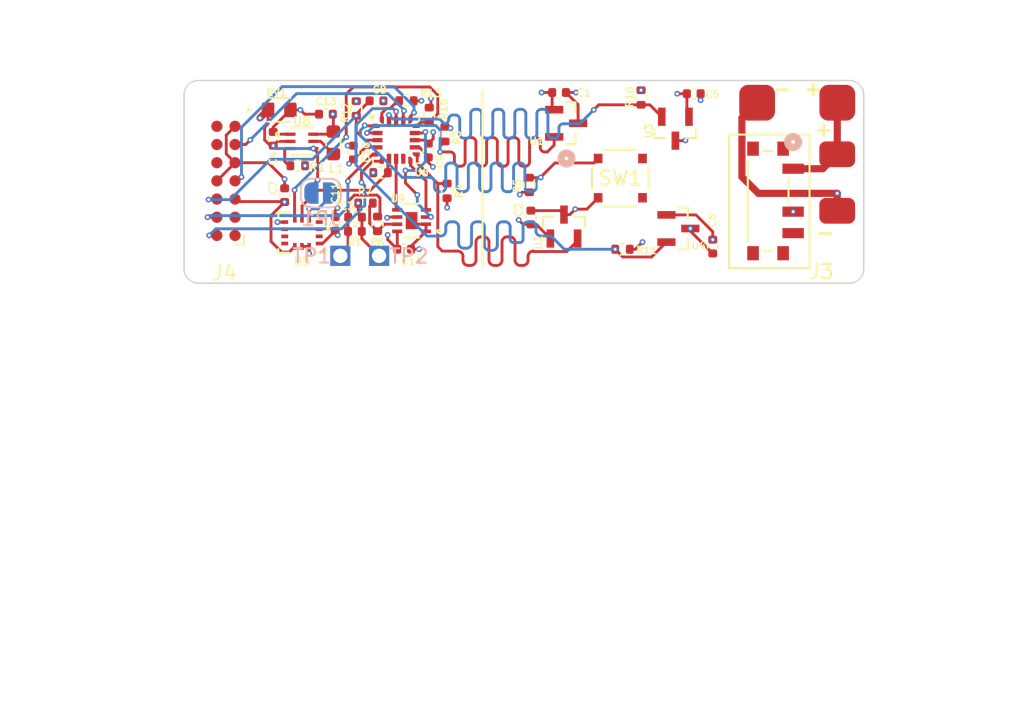
<source format=kicad_pcb>
(kicad_pcb (version 20240108) (generator "pcbnew") (generator_version "8.0")
  (layers (0 "F.Cu" signal) (1 "In1.Cu" signal) (2 "In2.Cu" signal) (31 "B.Cu" signal) (34 "B.Paste" user) (35 "F.Paste" user) (36 "B.SilkS" user "B.Silkscreen") (37 "F.SilkS" user "F.Silkscreen") (38 "B.Mask" user) (39 "F.Mask" user) (44 "Edge.Cuts" user))
  (net 0 "")
  (net 1 "VCC")
  (net 2 "GND")
  (net 3 "Net-(D1-K)")
  (net 4 "nRST")
  (net 5 "+1V8")
  (net 6 "SWDIO")
  (net 7 "SWCLK")
  (net 8 "BTN")
  (net 9 "DWN")
  (net 10 "UP")
  (net 11 "LFT")
  (net 12 "RHT")
  (net 13 "Net-(U6-PB9)")
  (net 16 "SCK")
  (net 17 "SDI")
  (net 18 "CS")
  (net 19 "I2C_SCL")
  (net 20 "I2C_SDA")
  (net 22 "Net-(U8-SW)")
  (net 29 "UART_RX")
  (net 30 "UART_TX")
  (net 31 "Wiper")
  (net 32 "BAT+")
  (net 39 "Net-(U8-VSET)")
  (footprint "Resistor_SMD:R_0402_1005Metric" (layer "F.Cu") (at 76.435 33.265355 180)
    (property "Reference" "R13")
    (property "Value" "50k")
  )
  (footprint "Resistor_SMD:R_0402_1005Metric" (layer "F.Cu") (at 85.025 39.145355 -90)
    (property "Reference" "R5")
    (property "Value" "100k")
  )
  (footprint "Resistor_SMD:R_0402_1005Metric" (layer "F.Cu") (at 79.125 35.595355 90)
    (property "Reference" "R3")
    (property "Value" "10k")
  )
  (footprint "Connector:padFront" (layer "F.Cu") (at 106.525 37)
    (property "Reference" "J1" (hide yes))
    (property "Value" "Conn_01x01_Pin")
  )
  (footprint "Resistor_SMD:R_0402_1005Metric" (layer "F.Cu") (at 72.93 33.8 90)
    (property "Reference" "R12")
    (property "Value" "50k")
  )
  (footprint "CG0603:VARC1608X56N" (layer "F.Cu") (at 67.55 33.9)
    (property "Reference" "RV1")
    (property "Value" "CG0603MLC-05E")
  )
  (footprint "Package_DFN_QFN:ST_UFQFPN-20_3x3mm_P0.5mm" (layer "F.Cu") (at 75.715 36.015355)
    (property "Reference" "U6")
    (property "Value" "STM32L011F4Ux")
  )
  (footprint "PicoRing:MAX5394" (layer "F.Cu") (at 76.795 41.635355 180)
    (property "Reference" "U9")
    (property "Value" "MAX5394LATA+T")
  )
  (footprint "Connector_PinHeader_1.27mm:PinHeader_1x01_P1.27mm_Vertical" (layer "F.Cu") (at 74.525 44.095355)
    (property "Reference" "TP2")
    (property "Value" "TestPoint")
  )
  (footprint "PicoRing:TPS628437DRLR_TEX" (layer "F.Cu") (at 69.1301 36.1)
    (property "Reference" "U8")
    (property "Value" "XPS628437DRLR")
  )
  (footprint "Resistor_SMD:R_0402_1005Metric" (layer "F.Cu") (at 74.6275 38.282855 180)
    (property "Reference" "R14" (hide yes))
    (property "Value" "4.7k")
  )
  (footprint "Resistor_SMD:R_0402_1005Metric" (layer "F.Cu") (at 79.275 39.555355 -90)
    (property "Reference" "R4")
    (property "Value" "10k")
  )
  (footprint "Resistor_SMD:R_0402_1005Metric" (layer "F.Cu") (at 91.525 43.635355)
    (property "Reference" "R11")
    (property "Value" "10k")
  )
  (footprint "DRV5032footprints:DBZ0003A-IPC_C" (layer "F.Cu") (at 87.589645 34.835355)
    (property "Reference" "U1")
    (property "Value" "CT8132BL-IS3")
  )
  (footprint "Connector:padFront" (layer "F.Cu") (at 106.53 33.4 180)
    (property "Reference" "J5" (hide yes))
    (property "Value" "Conn_01x01_Pin")
  )
  (footprint "Capacitor_SMD:C_0402_1005Metric" (layer "F.Cu") (at 87.095 32.685355 180)
    (property "Reference" "C1")
    (property "Value" "0.1u")
  )
  (footprint "Capacitor_SMD:C_0402_1005Metric" (layer "F.Cu") (at 85.125 41.415355 -90)
    (property "Reference" "C2")
    (property "Value" "0.1u")
  )
  (footprint "Capacitor_SMD:C_0402_1005Metric" (layer "F.Cu") (at 72.73 36.88 90)
    (property "Reference" "C10")
    (property "Value" "0.1u")
  )
  (footprint "Capacitor_SMD:C_0402_1005Metric" (layer "F.Cu") (at 76.275 43.635355)
    (property "Reference" "C14")
    (property "Value" "0.1u")
  )
  (footprint "Resistor_SMD:R_0402_1005Metric" (layer "F.Cu") (at 73.575 40.415355 180)
    (property "Reference" "R7")
    (property "Value" "15k")
  )
  (footprint "Capacitor_SMD:C_0402_1005Metric" (layer "F.Cu") (at 72.835 42.385355)
    (property "Reference" "D1")
    (property "Value" "D")
  )
  (footprint "Resistor_SMD:R_0402_1005Metric" (layer "F.Cu") (at 78.0275 34.252855 90)
    (property "Reference" "R15")
    (property "Value" "4.7k")
  )
  (footprint "Capacitor_SMD:C_0402_1005Metric" (layer "F.Cu") (at 71.465 41.865355 -90)
    (property "Reference" "C11")
    (property "Value" "0.1u")
  )
  (footprint "Connector:Tag-Connect_TC2070-IDC-FP_2x07_P1.27mm_Vertical" (layer "F.Cu") (at 63.8287 38.8587 90)
    (property "Reference" "J4")
    (property "Value" "Conn_01x14_Pin")
  )
  (footprint "PicoRing:TL3312NF160Q_EWI" (layer "F.Cu") (at 91.3744 38.666955)
    (property "Reference" "SW1")
    (property "Value" "TL3312NF160Q")
  )
  (footprint "" (layer "F.Cu") (at 91.245 34.835355)
    (property "Reference" "")
    (property "Value" "")
  )
  (footprint "Capacitor_SMD:C_0402_1005Metric" (layer "F.Cu") (at 74.345 33.265355)
    (property "Reference" "C8")
    (property "Value" "0.1u")
  )
  (footprint "PicoRing:CUS_12TB" (layer "F.Cu") (at 101.7 40.260355 -90)
    (property "Reference" "J3")
    (property "Value" "CUS-12TB")
  )
  (footprint "BMI270:BMI270_BOS" (layer "F.Cu") (at 69.1385 42.485355)
    (property "Reference" "U5")
    (property "Value" "BMI270")
  )
  (footprint "Connector:padFront" (layer "F.Cu") (at 100.93 33.4 180)
    (property "Reference" "J6" (hide yes))
    (property "Value" "Conn_01x01_Pin")
  )
  (footprint "DRV5032footprints:DBZ0003A-IPC_C" (layer "F.Cu") (at 95.429645 42.185355)
    (property "Reference" "U4")
    (property "Value" "CT8132BL-IS3")
  )
  (footprint "Connector:padFront" (layer "F.Cu") (at 106.525 40.95)
    (property "Reference" "J2" (hide yes))
    (property "Value" "Conn_01x01_Pin")
  )
  (footprint "Capacitor_SMD:C_0402_1005Metric" (layer "F.Cu") (at 70.81 34.2 180)
    (property "Reference" "C13")
    (property "Value" "1u")
  )
  (footprint "Capacitor_SMD:C_0402_1005Metric" (layer "F.Cu") (at 72.845 41.395355)
    (property "Reference" "C3")
    (property "Value" "C")
  )
  (footprint "" (layer "F.Cu") (at 91.315 42.335355)
    (property "Reference" "")
    (property "Value" "")
  )
  (footprint "Capacitor_SMD:C_0402_1005Metric" (layer "F.Cu") (at 67.925 39.855355 90)
    (property "Reference" "C7")
    (property "Value" "0.1u")
  )
  (footprint "Inductor_SMD:L_0603_1608Metric" (layer "F.Cu") (at 71.33 36.2 90)
    (property "Reference" "L1")
    (property "Value" "1u")
  )
  (footprint "DRV5032footprints:DBZ0003A-IPC_C" (layer "F.Cu") (at 95.220001 35.215355 -90)
    (property "Reference" "U3")
    (property "Value" "CT8132BL-IS3")
  )
  (footprint "" (layer "F.Cu") (at 87.3407 38.565955)
    (property "Reference" "")
    (property "Value" "")
  )
  (footprint "DRV5032footprints:DBZ0003A-IPC_C" (layer "F.Cu") (at 87.439645 42.05 90)
    (property "Reference" "U2")
    (property "Value" "CT8132BL-IS3")
  )
  (footprint "Capacitor_SMD:C_0402_1005Metric" (layer "F.Cu") (at 67.13 35.92 -90)
    (property "Reference" "C4")
    (property "Value" "2.2u")
  )
  (footprint "Capacitor_SMD:C_0402_1005Metric" (layer "F.Cu") (at 77.965 36.735355 -90)
    (property "Reference" "C9")
    (property "Value" "0.1u")
  )
  (footprint "Capacitor_SMD:C_0402_1005Metric" (layer "F.Cu") (at 96.505 32.77 180)
    (property "Reference" "C5")
    (property "Value" "0.1u")
  )
  (footprint "Resistor_SMD:R_0402_1005Metric" (layer "F.Cu") (at 74.415 41.865355 90)
    (property "Reference" "R6")
    (property "Value" "100k")
  )
  (footprint "Capacitor_SMD:C_0402_1005Metric" (layer "F.Cu") (at 97.83 43.446508 90)
    (property "Reference" "C6")
    (property "Value" "0.1u")
  )
  (footprint "Resistor_SMD:R_0402_1005Metric" (layer "F.Cu") (at 92.825 33.035355 90)
    (property "Reference" "R10")
    (property "Value" "10k")
  )
  (footprint "Resistor_SMD:R_0402_1005Metric" (layer "F.Cu") (at 68.84 37.8 180)
    (property "Reference" "R1")
    (property "Value" "10k")
  )
  (footprint "Connector_PinHeader_1.27mm:PinHeader_1x01_P1.27mm_Vertical" (layer "F.Cu") (at 71.815 44.095355)
    (property "Reference" "TP1")
    (property "Value" "TestPoint")
  )
  (footprint "" (layer "F.Cu") (at 95.325 38.565355)
    (property "Reference" "")
    (property "Value" "")
  )
  (footprint "Jumper:SolderJumper-2_P1.3mm_Open_RoundedPad1.0x1.5mm" (layer "B.Cu") (at 70.45 39.710355)
    (property "Reference" "JP1")
    (property "Value" "SolderJumper_2_Open")
  )
  (gr_line (start 81.745 32.585355) (end 81.745 44.745355) (stroke (width 0.15)) (layer "F.SilkS"))
  (gr_rect (start 98.9629 35.625352) (end 104.5929 44.950352) (stroke (width 0.15)) (fill none) (layer "F.SilkS"))
  (gr_line (start 107.375 46) (end 61.9 46) (stroke (width 0.1)) (layer "Edge.Cuts"))
  (gr_line (start 108.375 32.85) (end 108.375 45) (stroke (width 0.1)) (layer "Edge.Cuts"))
  (gr_arc (start 107.375 31.85) (mid 108.082107 32.142893) (end 108.375 32.85) (stroke (width 0.1)) (layer "Edge.Cuts"))
  (gr_arc (start 60.9 32.85) (mid 61.192893 32.142893) (end 61.9 31.85) (stroke (width 0.1)) (layer "Edge.Cuts"))
  (gr_line (start 60.9 45) (end 60.9 32.85) (stroke (width 0.1)) (layer "Edge.Cuts"))
  (gr_line (start 61.9 31.85) (end 107.375 31.85) (stroke (width 0.1)) (layer "Edge.Cuts"))
  (gr_arc (start 61.9 46) (mid 61.192893 45.707107) (end 60.9 45) (stroke (width 0.1)) (layer "Edge.Cuts"))
  (gr_arc (start 108.375 45) (mid 108.082107 45.707107) (end 107.375 46) (stroke (width 0.1)) (layer "Edge.Cuts"))
  (gr_text "+" (at 104.1 33 0) (layer "F.SilkS") (effects (font (size 1 1) (thickness 0.2)) (justify left bottom)))
  (gr_text "-" (at 104.925 43.15 0) (layer "F.SilkS") (effects (font (size 1.2 1) (thickness 0.2)) (justify left bottom)))
  (gr_text "+" (at 104.825 35.85 0) (layer "F.SilkS") (effects (font (size 1 1) (thickness 0.2)) (justify left bottom)))
  (gr_text "-" (at 101.94 33.1 0) (layer "F.SilkS") (effects (font (size 1.2 1) (thickness 0.2)) (justify left bottom)))
  (segment (start 66.77 34.86) (end 66.77 33.9) (width 0.2) (layer "F.Cu") (net 1))
  (segment (start 66.53 36) (end 66.53 35.1) (width 0.2) (layer "F.Cu") (net 1))
  (segment (start 67.13 36.4) (end 66.93 36.4) (width 0.2) (layer "F.Cu") (net 1))
  (segment (start 66.205 34.465) (end 66.77 33.9) (width 0.5) (layer "F.Cu") (net 1))
  (segment (start 66.93 36.4) (end 66.53 36) (width 0.2) (layer "F.Cu") (net 1))
  (segment (start 70.23 38.8) (end 70.23 36.899926) (width 0.2) (layer "F.Cu") (net 1))
  (segment (start 70.23 36.899926) (end 69.9302 36.600126) (width 0.2) (layer "F.Cu") (net 1))
  (segment (start 67.43 36.1) (end 68.33 36.1) (width 0.2) (layer "F.Cu") (net 1))
  (segment (start 66.53 35.1) (end 66.77 34.86) (width 0.2) (layer "F.Cu") (net 1))
  (segment (start 67.13 36.4) (end 67.43 36.1) (width 0.2) (layer "F.Cu") (net 1))
  (via (at 67.13 36.4) (size 0.4) (drill 0.2) (layers "F.Cu" "B.Cu") (net 1))
  (via (at 69.9302 36.600126) (size 0.4) (drill 0.2) (layers "F.Cu" "B.Cu") (net 1))
  (via (at 66.205 34.465) (size 0.4) (drill 0.2) (layers "F.Cu" "B.Cu") (net 1))
  (via (at 103.4454 41.010355) (size 0.4) (drill 0.2) (layers "F.Cu" "B.Cu") (net 1))
  (via (at 70.23 38.8) (size 0.4) (drill 0.2) (layers "F.Cu" "B.Cu") (net 1))
  (segment (start 69.8 39.23) (end 69.8 39.710355) (width 0.2) (layer "B.Cu") (net 1))
  (segment (start 67.330126 36.600126) (end 67.13 36.4) (width 0.2) (layer "B.Cu") (net 1))
  (segment (start 69.9302 36.600126) (end 67.330126 36.600126) (width 0.2) (layer "B.Cu") (net 1))
  (segment (start 70.23 38.8) (end 69.8 39.23) (width 0.2) (layer "B.Cu") (net 1))
  (segment (start 73.975 43.495355) (end 74.255 43.495355) (width 0.2) (layer "F.Cu") (net 2))
  (segment (start 77.015 36.515355) (end 77.347342 36.515355) (width 0.2) (layer "F.Cu") (net 2))
  (segment (start 73.325 41.395355) (end 73.325 42.375355) (width 0.2) (layer "F.Cu") (net 2))
  (segment (start 99.869001 34.460999) (end 100.93 33.4) (width 0.5) (layer "F.Cu") (net 2))
  (segment (start 77.965 37.215355) (end 77.965 37.570355) (width 0.2) (layer "F.Cu") (net 2))
  (segment (start 77.7983 41.885355) (end 77.045 41.885355) (width 0.2) (layer "F.Cu") (net 2))
  (segment (start 99.869001 38.579001) (end 99.869001 34.460999) (width 0.5) (layer "F.Cu") (net 2))
  (segment (start 77.347342 36.515355) (end 77.965 37.133013) (width 0.2) (layer "F.Cu") (net 2))
  (segment (start 67.289874 35.599874) (end 67.13 35.44) (width 0.2) (layer "F.Cu") (net 2))
  (segment (start 79.28 40.725355) (end 79.275 40.720355) (width 0.2) (layer "F.Cu") (net 2))
  (segment (start 92.925 43.135355) (end 92.425 43.635355) (width 0.2) (layer "F.Cu") (net 2))
  (segment (start 87.84571 41.214645) (end 88.225 40.835355) (width 0.2) (layer "F.Cu") (net 2))
  (segment (start 76.755 43.428656) (end 77.7983 42.385356) (width 0.2) (layer "F.Cu") (net 2))
  (segment (start 106.525 39.73) (end 106.524745 39.730255) (width 0.5) (layer "F.Cu") (net 2))
  (segment (start 96.98 32.775) (end 96.985 32.77) (width 0.2) (layer "F.Cu") (net 2))
  (segment (start 68.33 35.599874) (end 67.289874 35.599874) (width 0.2) (layer "F.Cu") (net 2))
  (segment (start 79.125 35.085355) (end 79.415 35.085355) (width 0.2) (layer "F.Cu") (net 2))
  (segment (start 69.638501 43.922855) (end 69.638499 43.922853) (width 0.2) (layer "F.Cu") (net 2))
  (segment (start 73.315 42.385355) (end 73.315 42.885355) (width 0.2) (layer "F.Cu") (net 2))
  (segment (start 77.9875 37.155513) (end 77.9875 37.262855) (width 0.2) (layer "F.Cu") (net 2))
  (segment (start 87.439645 41.214645) (end 87.84571 41.214645) (width 0.2) (layer "F.Cu") (net 2))
  (segment (start 77.965 37.570355) (end 78.2775 37.882855) (width 0.2) (layer "F.Cu") (net 2))
  (segment (start 106.524745 39.730255) (end 101.020255 39.730255) (width 0.5) (layer "F.Cu") (net 2))
  (segment (start 67.425 41.737854) (end 68.058499 41.737854) (width 0.2) (layer "F.Cu") (net 2))
  (segment (start 95.75429 36.056065) (end 95.775 36.035355) (width 0.2) (layer "F.Cu") (net 2))
  (segment (start 70.33 34.2) (end 69.33 34.2) (width 0.2) (layer "F.Cu") (net 2))
  (segment (start 73.065 40.415355) (end 73.065 41.135355) (width 0.2) (layer "F.Cu") (net 2))
  (segment (start 69.1385 43.437855) (end 69.638499 43.437855) (width 0.2) (layer "F.Cu") (net 2))
  (segment (start 63.85 36.975) (end 63.85 35.6624) (width 0.2) (layer "F.Cu") (net 2))
  (segment (start 92.425 43.635355) (end 92.035 43.635355) (width 0.2) (layer "F.Cu") (net 2))
  (segment (start 72.33 36.4) (end 72.73 36.4) (width 0.2) (layer "F.Cu") (net 2))
  (segment (start 73.315 42.885355) (end 74.525 44.095355) (width 0.2) (layer "F.Cu") (net 2))
  (segment (start 73.335 41.405355) (end 73.325 41.395355) (width 0.2) (layer "F.Cu") (net 2))
  (segment (start 87.575 32.685355) (end 88.275 32.685355) (width 0.2) (layer "F.Cu") (net 2))
  (segment (start 79.275 40.720355) (end 79.275 40.065355) (width 0.2) (layer "F.Cu") (net 2))
  (segment (start 77.045 41.885355) (end 76.795 41.635355) (width 0.2) (layer "F.Cu") (net 2))
  (segment (start 88.225 40.835355) (end 89.0382 40.835355) (width 0.2) (layer "F.Cu") (net 2))
  (segment (start 85.125 40.935355) (end 87.160355 40.935355) (width 0.2) (layer "F.Cu") (net 2))
  (segment (start 77.7983 41.885355) (end 77.7983 42.385356) (width 0.2) (layer "F.Cu") (net 2))
  (segment (start 87.575 32.685355) (end 88.425 33.535355) (width 0.2) (layer "F.Cu") (net 2))
  (segment (start 63.1937 38.8587) (end 64.4637 37.5887) (width 0.2) (layer "F.Cu") (net 2))
  (segment (start 79.415 35.085355) (end 79.515 35.185355) (width 0.2) (layer "F.Cu") (net 2))
  (segment (start 95.220001 36.05071) (end 95.899292 36.05071) (width 0.2) (layer "F.Cu") (net 2))
  (segment (start 106.525 39.73) (end 106.525 40.95) (width 0.5) (layer "F.Cu") (net 2))
  (segment (start 68.33 33.9) (end 69.03 33.9) (width 0.2) (layer "F.Cu") (net 2))
  (segment (start 73.325 42.375355) (end 73.315 42.385355) (width 0.2) (layer "F.Cu") (net 2))
  (segment (start 77.315 43.635355) (end 77.325 43.625355) (width 0.2) (layer "F.Cu") (net 2))
  (segment (start 64.4637 37.5887) (end 63.85 36.975) (width 0.2) (layer "F.Cu") (net 2))
  (segment (start 67.13 35.1) (end 68.33 33.9) (width 0.2) (layer "F.Cu") (net 2))
  (segment (start 64.4637 37.5887) (end 66.778345 37.5887) (width 0.2) (layer "F.Cu") (net 2))
  (segment (start 69.33 34.2) (end 69.03 33.9) (width 0.2) (layer "F.Cu") (net 2))
  (segment (start 76.755 43.635355) (end 77.315 43.635355) (width 0.2) (layer "F.Cu") (net 2))
  (segment (start 96.98 33.22) (end 96.98 32.775) (width 0.2) (layer "F.Cu") (net 2))
  (segment (start 89.0382 40.835355) (end 89.825 40.048555) (width 0.2) (layer "F.Cu") (net 2))
  (segment (start 71.465 40.920355) (end 71.625 40.760355) (width 0.2) (layer "F.Cu") (net 2))
  (segment (start 77.965 37.133013) (end 77.965 37.215355) (width 0.2) (layer "F.Cu") (net 2))
  (segment (start 88.425 33.535355) (end 88.425 34.835355) (width 0.2) (layer "F.Cu") (net 2))
  (segment (start 67.425 41.737854) (end 67.425 41.765355) (width 0.2) (layer "F.Cu") (net 2))
  (segment (start 73.065 41.135355) (end 73.325 41.395355) (width 0.2) (layer "F.Cu") (net 2))
  (segment (start 67.13 35.44) (end 67.13 35.1) (width 0.2) (layer "F.Cu") (net 2))
  (segment (start 96.95 32.890355) (end 96.955 32.885355) (width 0.2) (layer "F.Cu") (net 2))
  (segment (start 101.020255 39.730255) (end 99.869001 38.579001) (width 0.5) (layer "F.Cu") (net 2))
  (segment (start 67.925 38.735355) (end 67.925 39.375355) (width 0.2) (layer "F.Cu") (net 2))
  (segment (start 87.160355 40.935355) (end 87.439645 41.214645) (width 0.2) (layer "F.Cu") (net 2))
  (segment (start 74.255 43.495355) (end 74.045 43.495355) (width 0.2) (layer "F.Cu") (net 2))
  (segment (start 69.638499 43.922853) (end 69.638499 43.437855) (width 0.2) (layer "F.Cu") (net 2))
  (segment (start 71.465 41.385355) (end 71.465 40.920355) (width 0.2) (layer "F.Cu") (net 2))
  (segment (start 97.83 43.926508) (end 96.265 42.361508) (width 0.2) (layer "F.Cu") (net 2))
  (segment (start 76.755 43.635355) (end 76.755 43.428656) (width 0.2) (layer "F.Cu") (net 2))
  (segment (start 63.85 35.6624) (end 64.4637 35.0487) (width 0.2) (layer "F.Cu") (net 2))
  (segment (start 66.778345 37.5887) (end 67.925 38.735355) (width 0.2) (layer "F.Cu") (net 2))
  (segment (start 77.485 33.265355) (end 76.945 33.265355) (width 0.2) (layer "F.Cu") (net 2))
  (segment (start 96.265 42.361508) (end 96.265 42.185355) (width 0.2) (layer "F.Cu") (net 2))
  (via (at 67.425 41.737854) (size 0.4) (drill 0.2) (layers "F.Cu" "B.Cu") (net 2))
  (via (at 106.525 39.73) (size 0.4) (drill 0.2) (layers "F.Cu" "B.Cu") (net 2))
  (via (at 69.03 33.9) (size 0.4) (drill 0.2) (layers "F.Cu" "B.Cu") (net 2))
  (via (at 88.275 32.685355) (size 0.4) (drill 0.2) (layers "F.Cu" "B.Cu") (net 2))
  (via (at 79.28 40.725355) (size 0.4) (drill 0.2) (layers "F.Cu" "B.Cu") (net 2))
  (via (at 71.625 40.760355) (size 0.4) (drill 0.2) (layers "F.Cu" "B.Cu") (net 2))
  (via (at 92.925 43.135355) (size 0.4) (drill 0.2) (layers "F.Cu" "B.Cu") (net 2))
  (via (at 79.515 35.185355) (size 0.4) (drill 0.2) (layers "F.Cu" "B.Cu") (net 2))
  (via (at 69.638501 43.922855) (size 0.4) (drill 0.2) (layers "F.Cu" "B.Cu") (net 2))
  (via (at 78.2775 37.882855) (size 0.4) (drill 0.2) (layers "F.Cu" "B.Cu") (net 2))
  (via (at 72.33 36.4) (size 0.4) (drill 0.2) (layers "F.Cu" "B.Cu") (net 2))
  (via (at 73.065 40.415355) (size 0.4) (drill 0.2) (layers "F.Cu" "B.Cu") (net 2))
  (via (at 74.825 33.265355) (size 0.4) (drill 0.2) (layers "F.Cu" "B.Cu") (net 2))
  (via (at 95.920002 36.03) (size 0.4) (drill 0.2) (layers "F.Cu" "B.Cu") (net 2))
  (via (at 88.225 40.835355) (size 0.4) (drill 0.2) (layers "F.Cu" "B.Cu") (net 2))
  (via (at 77.485 33.265355) (size 0.4) (drill 0.2) (layers "F.Cu" "B.Cu") (net 2))
  (via (at 77.325 43.625355) (size 0.4) (drill 0.2) (layers "F.Cu" "B.Cu") (net 2))
  (via (at 92.825 32.525355) (size 0.4) (drill 0.2) (layers "F.Cu" "B.Cu") (net 2))
  (via (at 96.98 33.22) (size 0.4) (drill 0.2) (layers "F.Cu" "B.Cu") (net 2))
  (via (at 67.925 38.735355) (size 0.4) (drill 0.2) (layers "F.Cu" "B.Cu") (net 2))
  (via (at 69.35 37.8) (size 0.4) (drill 0.2) (layers "F.Cu" "B.Cu") (net 2))
  (via (at 96.265 42.185355) (size 0.4) (drill 0.2) (layers "F.Cu" "B.Cu") (net 2))
  (segment (start 74.415 41.355355) (end 74.585 41.185355) (width 0.2) (layer "F.Cu") (net 3))
  (segment (start 74.385 39.855355) (end 72.799212 39.855355) (width 0.2) (layer "F.Cu") (net 3))
  (segment (start 72.355 41.405355) (end 72.365 41.395355) (width 0.2) (layer "F.Cu") (net 3))
  (segment (start 72.355 42.385355) (end 72.355 43.555355) (width 0.2) (layer "F.Cu") (net 3))
  (segment (start 72.799212 39.855355) (end 72.365 40.289567) (width 0.2) (layer "F.Cu") (net 3))
  (segment (start 72.365 40.289567) (end 72.365 41.395355) (width 0.2) (layer "F.Cu") (net 3))
  (segment (start 74.585 41.185355) (end 74.585 40.055355) (width 0.2) (layer "F.Cu") (net 3))
  (segment (start 72.355 42.385355) (end 72.355 41.405355) (width 0.2) (layer "F.Cu") (net 3))
  (segment (start 72.355 43.555355) (end 71.815 44.095355) (width 0.2) (layer "F.Cu") (net 3))
  (segment (start 74.585 40.055355) (end 74.385 39.855355) (width 0.2) (layer "F.Cu") (net 3))
  (segment (start 71.945 44.035355) (end 71.825 43.915355) (width 0.2) (layer "F.Cu") (net 3))
  (segment (start 74.415 36.015355) (end 73.538603 36.015355) (width 0.2) (layer "F.Cu") (net 4))
  (segment (start 74.415 36.015355) (end 74.410355 36.02) (width 0.2) (layer "F.Cu") (net 4))
  (segment (start 73.538603 36.015355) (end 72.93 35.406752) (width 0.2) (layer "F.Cu") (net 4))
  (segment (start 62.6137 40.1687) (end 63.1537 40.1687) (width 0.2) (layer "F.Cu") (net 4))
  (segment (start 72.93 35.406752) (end 72.93 34.31) (width 0.2) (layer "F.Cu") (net 4))
  (segment (start 72.93 34.31) (end 72.93 34.3) (width 0.2) (layer "F.Cu") (net 4))
  (segment (start 72.93 34.200355) (end 73.865 33.265355) (width 0.2) (layer "F.Cu") (net 4))
  (segment (start 72.93 34.31) (end 72.93 34.200355) (width 0.2) (layer "F.Cu") (net 4))
  (segment (start 63.1537 40.1687) (end 63.1937 40.1287) (width 0.2) (layer "F.Cu") (net 4))
  (via (at 62.6137 40.1687) (size 0.4) (drill 0.2) (layers "F.Cu" "B.Cu") (net 4))
  (via (at 72.93 34.3) (size 0.4) (drill 0.2) (layers "F.Cu" "B.Cu") (net 4))
  (segment (start 66.946752 37.35) (end 64.128052 40.1687) (width 0.2) (layer "B.Cu") (net 4))
  (segment (start 72.93 34.3) (end 69.88 37.35) (width 0.2) (layer "B.Cu") (net 4))
  (segment (start 69.88 37.35) (end 66.946752 37.35) (width 0.2) (layer "B.Cu") (net 4))
  (segment (start 64.128052 40.1687) (end 62.6137 40.1687) (width 0.2) (layer "B.Cu") (net 4))
  (segment (start 66.975 41.285355) (end 66.975 43.086656) (width 0.2) (layer "F.Cu") (net 5))
  (segment (start 96.025 32.77) (end 96.025 34.234998) (width 0.2) (layer "F.Cu") (net 5))
  (segment (start 71.142626 35.599874) (end 71.33 35.4125) (width 0.2) (layer "F.Cu") (net 5))
  (segment (start 75.135 41.385355) (end 75.085 41.435355) (width 0.2) (layer "F.Cu") (net 5))
  (segment (start 71.465 42.485355) (end 71.465 42.345355) (width 0.2) (layer "F.Cu") (net 5))
  (segment (start 66.975 43.086656) (end 67.723699 43.835355) (width 0.2) (layer "F.Cu") (net 5))
  (segment (start 67.895 40.305355) (end 67.925 40.335355) (width 0.2) (layer "F.Cu") (net 5))
  (segment (start 73.574645 36.515355) (end 72.73 37.36) (width 0.2) (layer "F.Cu") (net 5))
  (segment (start 67.925 40.335355) (end 66.975 41.285355) (width 0.2) (layer "F.Cu") (net 5))
  (segment (start 86.60429 43.196065) (end 86.39358 42.985355) (width 0.2) (layer "F.Cu") (net 5))
  (segment (start 85.499644 41.895355) (end 86.489644 42.885355) (width 0.2) (layer "F.Cu") (net 5))
  (segment (start 70.574999 43.235356) (end 70.345 43.235356) (width 0.2) (layer "F.Cu") (net 5))
  (segment (start 69.638499 40.821856) (end 69.645 40.815355) (width 0.2) (layer "F.Cu") (net 5))
  (segment (start 84.505 39.655355) (end 85.025 39.655355) (width 0.2) (layer "F.Cu") (net 5))
  (segment (start 86.60429 43.155356) (end 86.60429 43.196065) (width 0.2) (layer "F.Cu") (net 5))
  (segment (start 86.615 33.746064) (end 86.75429 33.885354) (width 0.2) (layer "F.Cu") (net 5))
  (segment (start 78.307354 35.913001) (end 78.307354 35.455642) (width 0.2) (layer "F.Cu") (net 5))
  (segment (start 71.465 42.345355) (end 70.574999 43.235356) (width 0.2) (layer "F.Cu") (net 5))
  (segment (start 75.795 42.388656) (end 75.7917 42.385356) (width 0.2) (layer "F.Cu") (net 5))
  (segment (start 86.615 32.685355) (end 86.615 33.746064) (width 0.2) (layer "F.Cu") (net 5))
  (segment (start 77.725 36.015355) (end 77.015 36.015355) (width 0.2) (layer "F.Cu") (net 5))
  (segment (start 96.025 32.77) (end 95.355 32.77) (width 0.2) (layer "F.Cu") (net 5))
  (segment (start 75.795 43.635355) (end 75.795 42.388656) (width 0.2) (layer "F.Cu") (net 5))
  (segment (start 64.640355 40.305355) (end 67.895 40.305355) (width 0.2) (layer "F.Cu") (net 5))
  (segment (start 85.125 41.895355) (end 85.499644 41.895355) (width 0.2) (layer "F.Cu") (net 5))
  (segment (start 75.125 42.965355) (end 75.795 43.635355) (width 0.2) (layer "F.Cu") (net 5))
  (segment (start 85.155 39.635355) (end 85.115 39.595355) (width 0.2) (layer "F.Cu") (net 5))
  (segment (start 97.83 42.40734) (end 96.658014 41.235354) (width 0.2) (layer "F.Cu") (net 5))
  (segment (start 67.723699 43.835355) (end 68.241001 43.835355) (width 0.2) (layer "F.Cu") (net 5))
  (segment (start 96.658014 41.235354) (end 94.59429 41.235354) (width 0.2) (layer "F.Cu") (net 5))
  (segment (start 72.93 33.29) (end 72.93 33.3) (width 0.2) (layer "F.Cu") (net 5))
  (segment (start 71.33 35.4125) (end 71.33 34.24) (width 0.2) (layer "F.Cu") (net 5))
  (segment (start 64.4637 40.1287) (end 64.640355 40.305355) (width 0.2) (layer "F.Cu") (net 5))
  (segment (start 75.7917 41.385355) (end 75.135 41.385355) (width 0.2) (layer "F.Cu") (net 5))
  (segment (start 84.35 39.810355) (end 84.505 39.655355) (width 0.2) (layer "F.Cu") (net 5))
  (segment (start 77.965 36.255355) (end 77.725 36.015355) (width 0.2) (layer "F.Cu") (net 5))
  (segment (start 69.638499 41.532855) (end 69.638499 40.821856) (width 0.2) (layer "F.Cu") (net 5))
  (segment (start 72.43 37.66) (end 72.73 37.36) (width 0.2) (layer "F.Cu") (net 5))
  (segment (start 78.145 33.625355) (end 78.0275 33.742855) (width 0.2) (layer "F.Cu") (net 5))
  (segment (start 85.125 41.895355) (end 84.585 41.895355) (width 0.2) (layer "F.Cu") (net 5))
  (segment (start 68.241001 43.835355) (end 68.638501 43.437855) (width 0.2) (layer "F.Cu") (net 5))
  (segment (start 71.33 34.24) (end 71.29 34.2) (width 0.2) (layer "F.Cu") (net 5))
  (segment (start 86.615 32.685355) (end 85.875 32.685355) (width 0.2) (layer "F.Cu") (net 5))
  (segment (start 96.025 34.234998) (end 96.170002 34.38) (width 0.2) (layer "F.Cu") (net 5))
  (segment (start 78.145 33.105355) (end 78.145 33.625355) (width 0.2) (layer "F.Cu") (net 5))
  (segment (start 84.585 41.895355) (end 84.275 41.585355) (width 0.2) (layer "F.Cu") (net 5))
  (segment (start 75.125 42.635355) (end 75.125 42.965355) (width 0.2) (layer "F.Cu") (net 5))
  (segment (start 69.9302 35.599874) (end 71.142626 35.599874) (width 0.2) (layer "F.Cu") (net 5))
  (segment (start 97.83 42.966508) (end 97.83 42.40734) (width 0.2) (layer "F.Cu") (net 5))
  (segment (start 73.574645 36.515355) (end 74.415 36.515355) (width 0.2) (layer "F.Cu") (net 5))
  (segment (start 77.965 36.255355) (end 78.307354 35.913001) (width 0.2) (layer "F.Cu") (net 5))
  (segment (start 71.635 42.655355) (end 71.465 42.485355) (width 0.2) (layer "F.Cu") (net 5))
  (via (at 97.83 42.966508) (size 0.4) (drill 0.2) (layers "F.Cu" "B.Cu") (net 5))
  (via (at 84.35 39.810355) (size 0.4) (drill 0.2) (layers "F.Cu" "B.Cu") (net 5))
  (via (at 84.275 41.585355) (size 0.4) (drill 0.2) (layers "F.Cu" "B.Cu") (net 5))
  (via (at 71.635 42.655355) (size 0.4) (drill 0.2) (layers "F.Cu" "B.Cu") (net 5))
  (via (at 71.29 34.2) (size 0.4) (drill 0.2) (layers "F.Cu" "B.Cu") (net 5))
  (via (at 72.93 33.3) (size 0.4) (drill 0.2) (layers "F.Cu" "B.Cu") (net 5))
  (via (at 75.085 41.435355) (size 0.4) (drill 0.2) (layers "F.Cu" "B.Cu") (net 5))
  (via (at 95.355 32.77) (size 0.4) (drill 0.2) (layers "F.Cu" "B.Cu") (net 5))
  (via (at 78.145 33.105355) (size 0.4) (drill 0.2) (layers "F.Cu" "B.Cu") (net 5))
  (via (at 69.645 40.815355) (size 0.4) (drill 0.2) (layers "F.Cu" "B.Cu") (net 5))
  (via (at 72.43 37.66) (size 0.4) (drill 0.2) (layers "F.Cu" "B.Cu") (net 5))
  (via (at 85.875 32.685355) (size 0.4) (drill 0.2) (layers "F.Cu" "B.Cu") (net 5))
  (via (at 67.925 40.335355) (size 0.4) (drill 0.2) (layers "F.Cu" "B.Cu") (net 5))
  (via (at 75.125 42.635355) (size 0.4) (drill 0.2) (layers "F.Cu" "B.Cu") (net 5))
  (via (at 74.1175 38.282855) (size 0.4) (drill 0.2) (layers "F.Cu" "B.Cu") (net 5))
  (via (at 78.307354 35.455642) (size 0.4) (drill 0.2) (layers "F.Cu" "B.Cu") (net 5))
  (segment (start 70.263199 40.815355) (end 69.645 40.815355) (width 0.2) (layer "B.Cu") (net 5))
  (segment (start 78.145 33.105355) (end 78.125 33.085355) (width 0.2) (layer "B.Cu") (net 5))
  (segment (start 71.1 39.710355) (end 71.1 39.978554) (width 0.2) (layer "B.Cu") (net 5))
  (segment (start 71.1 39.978554) (end 70.263199 40.815355) (width 0.2) (layer "B.Cu") (net 5))
  (segment (start 76.715 34.345355) (end 76.965 34.095355) (width 0.2) (layer "F.Cu") (net 6))
  (segment (start 76.715 34.540355) (end 76.715 34.345355) (width 0.2) (layer "F.Cu") (net 6))
  (segment (start 64.6437 38.8587) (end 64.9137 38.5887) (width 0.2) (layer "F.Cu") (net 6))
  (segment (start 64.4637 38.8587) (end 64.6437 38.8587) (width 0.2) (layer "F.Cu") (net 6))
  (via (at 76.965 34.095355) (size 0.4) (drill 0.2) (layers "F.Cu" "B.Cu") (net 6))
  (via (at 64.9137 38.5887) (size 0.4) (drill 0.2) (layers "F.Cu" "B.Cu") (net 6))
  (segment (start 67.754645 32.275355) (end 75.575 32.275355) (width 0.2) (layer "B.Cu") (net 6))
  (segment (start 64.9137 38.5887) (end 64.9137 35.1163) (width 0.2) (layer "B.Cu") (net 6))
  (segment (start 75.575 32.275355) (end 76.965 33.665355) (width 0.2) (layer "B.Cu") (net 6))
  (segment (start 76.965 33.665355) (end 76.965 34.095355) (width 0.2) (layer "B.Cu") (net 6))
  (segment (start 64.9137 35.1163) (end 67.754645 32.275355) (width 0.2) (layer "B.Cu") (net 6))
  (segment (start 76.215 34.0122) (end 76.215 34.715355) (width 0.2) (layer "F.Cu") (net 7))
  (segment (start 65.5275 35.9975) (end 65.2063 36.3187) (width 0.2) (layer "F.Cu") (net 7))
  (segment (start 76.262651 33.964549) (end 76.215 34.0122) (width 0.2) (layer "F.Cu") (net 7))
  (segment (start 65.2063 36.3187) (end 64.4637 36.3187) (width 0.2) (layer "F.Cu") (net 7))
  (via (at 76.262651 33.964549) (size 0.4) (drill 0.2) (layers "F.Cu" "B.Cu") (net 7))
  (via (at 65.5275 35.9975) (size 0.4) (drill 0.2) (layers "F.Cu" "B.Cu") (net 7))
  (segment (start 68.759645 32.765355) (end 75.135 32.765355) (width 0.2) (layer "B.Cu") (net 7))
  (segment (start 65.5275 35.9975) (end 68.759645 32.765355) (width 0.2) (layer "B.Cu") (net 7))
  (segment (start 76.262651 33.893006) (end 76.262651 33.964549) (width 0.2) (layer "B.Cu") (net 7))
  (segment (start 75.135 32.765355) (end 76.262651 33.893006) (width 0.2) (layer "B.Cu") (net 7))
  (segment (start 85.775 38.575355) (end 85.815 38.615355) (width 0.2) (layer "F.Cu") (net 8))
  (segment (start 89.525 37.605355) (end 89.825 37.305355) (width 0.2) (layer "F.Cu") (net 8))
  (segment (start 85.025 38.635355) (end 85.795 38.635355) (width 0.2) (layer "F.Cu") (net 8))
  (segment (start 85.815 38.615355) (end 85.815 38.595355) (width 0.2) (layer "F.Cu") (net 8))
  (segment (start 85.815 38.595355) (end 86.805 37.605355) (width 0.2) (layer "F.Cu") (net 8))
  (segment (start 73.525423 34.986082) (end 73.554696 35.015355) (width 0.2) (layer "F.Cu") (net 8))
  (segment (start 86.805 37.605355) (end 89.525 37.605355) (width 0.2) (layer "F.Cu") (net 8))
  (segment (start 73.554696 35.015355) (end 74.185 35.015355) (width 0.2) (layer "F.Cu") (net 8))
  (segment (start 85.795 38.635355) (end 85.815 38.615355) (width 0.2) (layer "F.Cu") (net 8))
  (via (at 85.815 38.615355) (size 0.4) (drill 0.2) (layers "F.Cu" "B.Cu") (net 8))
  (via (at 73.525423 34.986082) (size 0.4) (drill 0.2) (layers "F.Cu" "B.Cu") (net 8))
  (segment (start 83.129 38.615355) (end 83.129 37.931355) (width 0.2) (layer "B.Cu") (net 8))
  (segment (start 83.919 38.615355) (end 83.919 39.299355) (width 0.2) (layer "B.Cu") (net 8))
  (segment (start 80.759 38.615355) (end 80.759 39.299355) (width 0.2) (layer "B.Cu") (net 8))
  (segment (start 77.915 38.615355) (end 77.505 38.615355) (width 0.2) (layer "B.Cu") (net 8))
  (segment (start 85.499 38.931355) (end 85.499 39.299355) (width 0.2) (layer "B.Cu") (net 8))
  (segment (start 78.389 39.299355) (end 78.389 38.931355) (width 0.2) (layer "B.Cu") (net 8))
  (segment (start 81.549 38.615355) (end 81.549 37.931355) (width 0.2) (layer "B.Cu") (net 8))
  (segment (start 73.225 35.328958) (end 73.488603 35.065355) (width 0.2) (layer "B.Cu") (net 8))
  (segment (start 83.603 39.615355) (end 83.445 39.615355) (width 0.2) (layer "B.Cu") (net 8))
  (segment (start 73.488603 35.065355) (end 73.525423 35.065355) (width 0.2) (layer "B.Cu") (net 8))
  (segment (start 80.759 37.931355) (end 80.759 38.615355) (width 0.2) (layer "B.Cu") (net 8))
  (segment (start 79.179 38.615355) (end 79.179 38.931355) (width 0.2) (layer "B.Cu") (net 8))
  (segment (start 81.233 37.615355) (end 81.075 37.615355) (width 0.2) (layer "B.Cu") (net 8))
  (segment (start 77.505 38.615355) (end 76.138603 38.615355) (width 0.2) (layer "B.Cu") (net 8))
  (segment (start 83.129 39.299355) (end 83.129 38.615355) (width 0.2) (layer "B.Cu") (net 8))
  (segment (start 73.525423 35.065355) (end 73.525423 34.986082) (width 0.2) (layer "B.Cu") (net 8))
  (segment (start 79.969 39.299355) (end 79.969 38.615355) (width 0.2) (layer "B.Cu") (net 8))
  (segment (start 85.183 39.615355) (end 85.025 39.615355) (width 0.2) (layer "B.Cu") (net 8))
  (segment (start 84.393 37.615355) (end 84.235 37.615355) (width 0.2) (layer "B.Cu") (net 8))
  (segment (start 84.709 39.299355) (end 84.709 38.931355) (width 0.2) (layer "B.Cu") (net 8))
  (segment (start 82.813 37.615355) (end 82.655 37.615355) (width 0.2) (layer "B.Cu") (net 8))
  (segment (start 73.225 35.701752) (end 73.225 35.328958) (width 0.2) (layer "B.Cu") (net 8))
  (segment (start 82.339 37.931355) (end 82.339 38.615355) (width 0.2) (layer "B.Cu") (net 8))
  (segment (start 78.073 38.615355) (end 77.915 38.615355) (width 0.2) (layer "B.Cu") (net 8))
  (segment (start 83.919 37.931355) (end 83.919 38.615355) (width 0.2) (layer "B.Cu") (net 8))
  (segment (start 82.339 38.615355) (end 82.339 39.299355) (width 0.2) (layer "B.Cu") (net 8))
  (segment (start 79.179 38.931355) (end 79.179 39.299355) (width 0.2) (layer "B.Cu") (net 8))
  (segment (start 81.549 39.299355) (end 81.549 38.615355) (width 0.2) (layer "B.Cu") (net 8))
  (segment (start 80.443 39.615355) (end 80.285 39.615355) (width 0.2) (layer "B.Cu") (net 8))
  (segment (start 79.969 38.615355) (end 79.969 37.931355) (width 0.2) (layer "B.Cu") (net 8))
  (segment (start 82.023 39.615355) (end 81.865 39.615355) (width 0.2) (layer "B.Cu") (net 8))
  (segment (start 79.653 37.615355) (end 79.495 37.615355) (width 0.2) (layer "B.Cu") (net 8))
  (segment (start 79.179 37.931355) (end 79.179 38.615355) (width 0.2) (layer "B.Cu") (net 8))
  (segment (start 76.138603 38.615355) (end 73.225 35.701752) (width 0.2) (layer "B.Cu") (net 8))
  (segment (start 84.709 38.615355) (end 84.709 37.931355) (width 0.2) (layer "B.Cu") (net 8))
  (segment (start 78.863 39.615355) (end 78.705 39.615355) (width 0.2) (layer "B.Cu") (net 8))
  (segment (start 84.709 38.931355) (end 84.709 38.615355) (width 0.2) (layer "B.Cu") (net 8))
  (arc (start 83.919 39.299355) (mid 83.826446 39.522801) (end 83.603 39.615355) (width 0.2) (layer "B.Cu") (net 8))
  (arc (start 79.969 37.931355) (mid 79.876446 37.707909) (end 79.653 37.615355) (width 0.2) (layer "B.Cu") (net 8))
  (arc (start 78.705 39.615355) (mid 78.481554 39.522801) (end 78.389 39.299355) (width 0.2) (layer "B.Cu") (net 8))
  (arc (start 79.495 37.615355) (mid 79.271554 37.707909) (end 79.179 37.931355) (width 0.2) (layer "B.Cu") (net 8))
  (arc (start 81.075 37.615355) (mid 80.851554 37.707909) (end 80.759 37.931355) (width 0.2) (layer "B.Cu") (net 8))
  (arc (start 84.235 37.615355) (mid 84.011554 37.707909) (end 83.919 37.931355) (width 0.2) (layer "B.Cu") (net 8))
  (arc (start 83.445 39.615355) (mid 83.221554 39.522801) (end 83.129 39.299355) (width 0.2) (layer "B.Cu") (net 8))
  (arc (start 81.865 39.615355) (mid 81.641554 39.522801) (end 81.549 39.299355) (width 0.2) (layer "B.Cu") (net 8))
  (arc (start 81.549 37.931355) (mid 81.456446 37.707909) (end 81.233 37.615355) (width 0.2) (layer "B.Cu") (net 8))
  (arc (start 83.129 37.931355) (mid 83.036446 37.707909) (end 82.813 37.615355) (width 0.2) (layer "B.Cu") (net 8))
  (arc (start 80.759 39.299355) (mid 80.666446 39.522801) (end 80.443 39.615355) (width 0.2) (layer "B.Cu") (net 8))
  (arc (start 78.389 38.931355) (mid 78.296446 38.707909) (end 78.073 38.615355) (width 0.2) (layer "B.Cu") (net 8))
  (arc (start 79.179 39.299355) (mid 79.086446 39.522801) (end 78.863 39.615355) (width 0.2) (layer "B.Cu") (net 8))
  (arc (start 85.499 39.299355) (mid 85.406446 39.522801) (end 85.183 39.615355) (width 0.2) (layer "B.Cu") (net 8))
  (arc (start 82.339 39.299355) (mid 82.246446 39.522801) (end 82.023 39.615355) (width 0.2) (layer "B.Cu") (net 8))
  (arc (start 85.025 39.615355) (mid 84.801554 39.522801) (end 84.709 39.299355) (width 0.2) (layer "B.Cu") (net 8))
  (arc (start 84.709 37.931355) (mid 84.616446 37.707909) (end 84.393 37.615355) (width 0.2) (layer "B.Cu") (net 8))
  (arc (start 85.815 38.615355) (mid 85.591554 38.707909) (end 85.499 38.931355) (width 0.2) (layer "B.Cu") (net 8))
  (arc (start 82.655 37.615355) (mid 82.431554 37.707909) (end 82.339 37.931355) (width 0.2) (layer "B.Cu") (net 8))
  (arc (start 80.285 39.615355) (mid 80.061554 39.522801) (end 79.969 39.299355) (width 0.2) (layer "B.Cu") (net 8))
  (segment (start 85.785 36.535355) (end 85.785 36.135355) (width 0.2) (layer "F.Cu") (net 9))
  (segment (start 85.035 36.135355) (end 85.035 36.535355) (width 0.2) (layer "F.Cu") (net 9))
  (segment (start 79.485 36.835355) (end 79.335 36.835355) (width 0.2) (layer "F.Cu") (net 9))
  (segment (start 83.235 37.835355) (end 83.085 37.835355) (width 0.2) (layer "F.Cu") (net 9))
  (segment (start 81.285 36.835355) (end 81.285 36.135355) (width 0.2) (layer "F.Cu") (net 9))
  (segment (start 82.785 37.535355) (end 82.785 36.835355) (width 0.2) (layer "F.Cu") (net 9))
  (segment (start 84.735 37.835355) (end 84.585 37.835355) (width 0.2) (layer "F.Cu") (net 9))
  (segment (start 82.035 36.135355) (end 82.035 36.835355) (width 0.2) (layer "F.Cu") (net 9))
  (segment (start 83.535 36.135355) (end 83.535 36.835355) (width 0.2) (layer "F.Cu") (net 9))
  (segment (start 84.285 36.835355) (end 84.285 36.135355) (width 0.2) (layer "F.Cu") (net 9))
  (segment (start 85.035 36.835355) (end 85.035 37.535355) (width 0.2) (layer "F.Cu") (net 9))
  (segment (start 73.675 35.515355) (end 74.415 35.515355) (width 0.2) (layer "F.Cu") (net 9))
  (segment (start 80.535 36.135355) (end 80.535 36.835355) (width 0.2) (layer "F.Cu") (net 9))
  (segment (start 78.785 36.445355) (end 79.125 36.105355) (width 0.2) (layer "F.Cu") (net 9))
  (segment (start 85.485 35.835355) (end 85.335 35.835355) (width 0.2) (layer "F.Cu") (net 9))
  (segment (start 80.535 36.835355) (end 80.535 37.135355) (width 0.2) (layer "F.Cu") (net 9))
  (segment (start 82.485 35.835355) (end 82.335 35.835355) (width 0.2) (layer "F.Cu") (net 9))
  (segment (start 81.285 37.535355) (end 81.285 36.835355) (width 0.2) (layer "F.Cu") (net 9))
  (segment (start 80.235 37.835355) (end 80.085 37.835355) (width 0.2) (layer "F.Cu") (net 9))
  (segment (start 84.285 37.535355) (end 84.285 36.835355) (width 0.2) (layer "F.Cu") (net 9))
  (segment (start 79.785 37.535355) (end 79.785 37.135355) (width 0.2) (layer "F.Cu") (net 9))
  (segment (start 81.735 37.835355) (end 81.585 37.835355) (width 0.2) (layer "F.Cu") (net 9))
  (segment (start 80.985 35.835355) (end 80.835 35.835355) (width 0.2) (layer "F.Cu") (net 9))
  (segment (start 86.085 36.835355) (end 86.275 36.835355) (width 0.2) (layer "F.Cu") (net 9))
  (segment (start 80.535 37.135355) (end 80.535 37.535355) (width 0.2) (layer "F.Cu") (net 9))
  (segment (start 86.75429 36.356065) (end 86.75429 35.785356) (width 0.2) (layer "F.Cu") (net 9))
  (segment (start 82.035 36.835355) (end 82.035 37.535355) (width 0.2) (layer "F.Cu") (net 9))
  (segment (start 86.275 36.835355) (end 86.75429 36.356065) (width 0.2) (layer "F.Cu") (net 9))
  (segment (start 79.335 36.835355) (end 78.785 36.835355) (width 0.2) (layer "F.Cu") (net 9))
  (segment (start 82.785 36.835355) (end 82.785 36.135355) (width 0.2) (layer "F.Cu") (net 9))
  (segment (start 78.785 36.835355) (end 78.785 36.445355) (width 0.2) (layer "F.Cu") (net 9))
  (segment (start 83.535 36.835355) (end 83.535 37.535355) (width 0.2) (layer "F.Cu") (net 9))
  (segment (start 83.985 35.835355) (end 83.835 35.835355) (width 0.2) (layer "F.Cu") (net 9))
  (segment (start 85.035 36.535355) (end 85.035 36.835355) (width 0.2) (layer "F.Cu") (net 9))
  (via (at 78.785 36.835355) (size 0.4) (drill 0.2) (layers "F.Cu" "B.Cu") (net 9))
  (via (at 73.675 35.515355) (size 0.4) (drill 0.2) (layers "F.Cu" "B.Cu") (net 9))
  (arc (start 83.535 37.535355) (mid 83.447132 37.747487) (end 83.235 37.835355) (width 0.2) (layer "F.Cu") (net 9))
  (arc (start 85.335 35.835355) (mid 85.122868 35.923223) (end 85.035 36.135355) (width 0.2) (layer "F.Cu") (net 9))
  (arc (start 85.035 37.535355) (mid 84.947132 37.747487) (end 84.735 37.835355) (width 0.2) (layer "F.Cu") (net 9))
  (arc (start 81.285 36.135355) (mid 81.197132 35.923223) (end 80.985 35.835355) (width 0.2) (layer "F.Cu") (net 9))
  (arc (start 80.535 37.535355) (mid 80.447132 37.747487) (end 80.235 37.835355) (width 0.2) (layer "F.Cu") (net 9))
  (arc (start 82.785 36.135355) (mid 82.697132 35.923223) (end 82.485 35.835355) (width 0.2) (layer "F.Cu") (net 9))
  (arc (start 86.085 36.835355) (mid 85.872868 36.747487) (end 85.785 36.535355) (width 0.2) (layer "F.Cu") (net 9))
  (arc (start 80.085 37.835355) (mid 79.872868 37.747487) (end 79.785 37.535355) (width 0.2) (layer "F.Cu") (net 9))
  (arc (start 84.585 37.835355) (mid 84.372868 37.747487) (end 84.285 37.535355) (width 0.2) (layer "F.Cu") (net 9))
  (arc (start 83.085 37.835355) (mid 82.872868 37.747487) (end 82.785 37.535355) (width 0.2) (layer "F.Cu") (net 9))
  (arc (start 82.035 37.535355) (mid 81.947132 37.747487) (end 81.735 37.835355) (width 0.2) (layer "F.Cu") (net 9))
  (arc (start 85.785 36.135355) (mid 85.697132 35.923223) (end 85.485 35.835355) (width 0.2) (layer "F.Cu") (net 9))
  (arc (start 84.285 36.135355) (mid 84.197132 35.923223) (end 83.985 35.835355) (width 0.2) (layer "F.Cu") (net 9))
  (arc (start 83.835 35.835355) (mid 83.622868 35.923223) (end 83.535 36.135355) (width 0.2) (layer "F.Cu") (net 9))
  (arc (start 79.785 37.135355) (mid 79.697132 36.923223) (end 79.485 36.835355) (width 0.2) (layer "F.Cu") (net 9))
  (arc (start 81.585 37.835355) (mid 81.372868 37.747487) (end 81.285 37.535355) (width 0.2) (layer "F.Cu") (net 9))
  (arc (start 80.835 35.835355) (mid 80.622868 35.923223) (end 80.535 36.135355) (width 0.2) (layer "F.Cu") (net 9))
  (arc (start 82.335 35.835355) (mid 82.122868 35.923223) (end 82.035 36.135355) (width 0.2) (layer "F.Cu") (net 9))
  (segment (start 78.480964 34.992855) (end 78.785 35.296891) (width 0.2) (layer "B.Cu") (net 9))
  (segment (start 78.785 35.296891) (end 78.785 36.835355) (width 0.2) (layer "B.Cu") (net 9))
  (segment (start 73.675 35.515355) (end 74.1975 34.992855) (width 0.2) (layer "B.Cu") (net 9))
  (segment (start 74.1975 34.992855) (end 78.480964 34.992855) (width 0.2) (layer "B.Cu") (net 9))
  (segment (start 83.657 42.765355) (end 83.475 42.765355) (width 0.2) (layer "F.Cu") (net 10))
  (segment (start 83.111 43.129355) (end 83.111 43.765355) (width 0.2) (layer "F.Cu") (net 10))
  (segment (start 78.625 39.045355) (end 78.625 43.445355) (width 0.2) (layer "F.Cu") (net 10))
  (segment (start 84.931 44.129355) (end 84.931 44.401355) (width 0.2) (layer "F.Cu") (net 10))
  (segment (start 87.635001 43.795355) (end 85.325 43.795355) (width 0.2) (layer "F.Cu") (net 10))
  (segment (start 81.291 43.765355) (end 81.291 44.129355) (width 0.2) (layer "F.Cu") (net 10))
  (segment (start 82.747 44.765355) (end 82.565 44.765355) (width 0.2) (layer "F.Cu") (net 10))
  (segment (start 81.291 44.129355) (end 81.291 44.401355) (width 0.2) (layer "F.Cu") (net 10))
  (segment (start 77.19 37.015355) (end 77.19 37.610355) (width 0.2) (layer "F.Cu") (net 10))
  (segment (start 81.291 43.129355) (end 81.291 43.765355) (width 0.2) (layer "F.Cu") (net 10))
  (segment (start 82.201 43.765355) (end 82.201 43.129355) (width 0.2) (layer "F.Cu") (net 10))
  (segment (start 84.021 44.401355) (end 84.021 44.129355) (width 0.2) (layer "F.Cu") (net 10))
  (segment (start 85.325 43.795355) (end 85.295 43.765355) (width 0.2) (layer "F.Cu") (net 10))
  (segment (start 84.021 43.765355) (end 84.021 43.129355) (width 0.2) (layer "F.Cu") (net 10))
  (segment (start 81.837 42.765355) (end 81.655 42.765355) (width 0.2) (layer "F.Cu") (net 10))
  (segment (start 78.625 43.445355) (end 78.945 43.765355) (width 0.2) (layer "F.Cu") (net 10))
  (segment (start 82.201 44.401355) (end 82.201 43.765355) (width 0.2) (layer "F.Cu") (net 10))
  (segment (start 88.389646 43.04071) (end 87.635001 43.795355) (width 0.2) (layer "F.Cu") (net 10))
  (segment (start 77.19 37.610355) (end 78.625 39.045355) (width 0.2) (layer "F.Cu") (net 10))
  (segment (start 79.835 43.765355) (end 79.125 43.765355) (width 0.2) (layer "F.Cu") (net 10))
  (segment (start 79.275 39.045355) (end 78.625 39.045355) (width 0.2) (layer "F.Cu") (net 10))
  (segment (start 83.111 43.765355) (end 83.111 44.401355) (width 0.2) (layer "F.Cu") (net 10))
  (segment (start 80.381 44.401355) (end 80.381 44.129355) (width 0.2) (layer "F.Cu") (net 10))
  (segment (start 84.021 44.129355) (end 84.021 43.765355) (width 0.2) (layer "F.Cu") (net 10))
  (segment (start 84.567 44.765355) (end 84.385 44.765355) (width 0.2) (layer "F.Cu") (net 10))
  (segment (start 88.395 42.890709) (end 88.389646 42.885355) (width 0.2) (layer "F.Cu") (net 10))
  (segment (start 80.927 44.765355) (end 80.745 44.765355) (width 0.2) (layer "F.Cu") (net 10))
  (segment (start 80.017 43.765355) (end 79.835 43.765355) (width 0.2) (layer "F.Cu") (net 10))
  (segment (start 78.945 43.765355) (end 79.125 43.765355) (width 0.2) (layer "F.Cu") (net 10))
  (arc (start 84.385 44.765355) (mid 84.127613 44.658742) (end 84.021 44.401355) (width 0.2) (layer "F.Cu") (net 10))
  (arc (start 84.021 43.129355) (mid 83.914387 42.871968) (end 83.657 42.765355) (width 0.2) (layer "F.Cu") (net 10))
  (arc (start 83.475 42.765355) (mid 83.217613 42.871968) (end 83.111 43.129355) (width 0.2) (layer "F.Cu") (net 10))
  (arc (start 84.931 44.401355) (mid 84.824387 44.658742) (end 84.567 44.765355) (width 0.2) (layer "F.Cu") (net 10))
  (arc (start 80.381 44.129355) (mid 80.274387 43.871968) (end 80.017 43.765355) (width 0.2) (layer "F.Cu") (net 10))
  (arc (start 82.565 44.765355) (mid 82.307613 44.658742) (end 82.201 44.401355) (width 0.2) (layer "F.Cu") (net 10))
  (arc (start 82.201 43.129355) (mid 82.094387 42.871968) (end 81.837 42.765355) (width 0.2) (layer "F.Cu") (net 10))
  (arc (start 81.291 44.401355) (mid 81.184387 44.658742) (end 80.927 44.765355) (width 0.2) (layer "F.Cu") (net 10))
  (arc (start 85.295 43.765355) (mid 85.037613 43.871968) (end 84.931 44.129355) (width 0.2) (layer "F.Cu") (net 10))
  (arc (start 81.655 42.765355) (mid 81.397613 42.871968) (end 81.291 43.129355) (width 0.2) (layer "F.Cu") (net 10))
  (arc (start 80.745 44.765355) (mid 80.487613 44.658742) (end 80.381 44.401355) (width 0.2) (layer "F.Cu") (net 10))
  (arc (start 83.111 44.401355) (mid 83.004387 44.658742) (end 82.747 44.765355) (width 0.2) (layer "F.Cu") (net 10))
  (segment (start 92.825 33.545355) (end 93.435355 33.545355) (width 0.2) (layer "F.Cu") (net 11))
  (segment (start 75.215 34.265355) (end 75.215 34.715355) (width 0.2) (layer "F.Cu") (net 11))
  (segment (start 92.825 33.545355) (end 89.87 33.545355) (width 0.2) (layer "F.Cu") (net 11))
  (segment (start 93.435355 33.545355) (end 94.27 34.38) (width 0.2) (layer "F.Cu") (net 11))
  (segment (start 89.87 33.545355) (end 89.52 33.895355) (width 0.2) (layer "F.Cu") (net 11))
  (via (at 89.52 33.895355) (size 0.4) (drill 0.2) (layers "F.Cu" "B.Cu") (net 11))
  (via (at 75.215 34.265355) (size 0.4) (drill 0.2) (layers "F.Cu" "B.Cu") (net 11))
  (segment (start 86.623 35.880355) (end 86.777 35.880355) (width 0.2) (layer "B.Cu") (net 11))
  (segment (start 82.003 35.880355) (end 82.157 35.880355) (width 0.2) (layer "B.Cu") (net 11))
  (segment (start 82.465 35.572355) (end 82.465 34.870355) (width 0.2) (layer "B.Cu") (net 11))
  (segment (start 81.695 34.168355) (end 81.695 34.870355) (width 0.2) (layer "B.Cu") (net 11))
  (segment (start 86.315 34.870355) (end 86.315 35.178355) (width 0.2) (layer "B.Cu") (net 11))
  (segment (start 81.695 34.870355) (end 81.695 35.572355) (width 0.2) (layer "B.Cu") (net 11))
  (segment (start 75.495 34.545355) (end 78.755 34.545355) (width 0.2) (layer "B.Cu") (net 11))
  (segment (start 82.465 34.870355) (end 82.465 34.168355) (width 0.2) (layer "B.Cu") (net 11))
  (segment (start 85.853 33.860355) (end 86.007 33.860355) (width 0.2) (layer "B.Cu") (net 11))
  (segment (start 79.0775 34.867855) (end 79.08 34.870355) (width 0.2) (layer "B.Cu") (net 11))
  (segment (start 80.463 35.880355) (end 80.617 35.880355) (width 0.2) (layer "B.Cu") (net 11))
  (segment (start 80.925 34.870355) (end 80.925 34.168355) (width 0.2) (layer "B.Cu") (net 11))
  (segment (start 88.545 34.870355) (end 89.52 33.895355) (width 0.2) (layer "B.Cu") (net 11))
  (segment (start 84.005 35.572355) (end 84.005 34.870355) (width 0.2) (layer "B.Cu") (net 11))
  (segment (start 78.755 34.545355) (end 79.0775 34.867855) (width 0.2) (layer "B.Cu") (net 11))
  (segment (start 80.925 35.572355) (end 80.925 34.870355) (width 0.2) (layer "B.Cu") (net 11))
  (segment (start 84.313 33.860355) (end 84.467 33.860355) (width 0.2) (layer "B.Cu") (net 11))
  (segment (start 87.393 34.870355) (end 87.547 34.870355) (width 0.2) (layer "B.Cu") (net 11))
  (segment (start 85.083 35.880355) (end 85.237 35.880355) (width 0.2) (layer "B.Cu") (net 11))
  (segment (start 80.155 34.565355) (end 80.155 34.870355) (width 0.2) (layer "B.Cu") (net 11))
  (segment (start 85.545 34.870355) (end 85.545 34.168355) (width 0.2) (layer "B.Cu") (net 11))
  (segment (start 83.235 34.168355) (end 83.235 34.870355) (width 0.2) (layer "B.Cu") (net 11))
  (segment (start 83.235 34.870355) (end 83.235 35.572355) (width 0.2) (layer "B.Cu") (net 11))
  (segment (start 80.155 34.870355) (end 80.155 35.572355) (width 0.2) (layer "B.Cu") (net 11))
  (segment (start 86.315 35.178355) (end 86.315 35.572355) (width 0.2) (layer "B.Cu") (net 11))
  (segment (start 85.545 35.572355) (end 85.545 34.870355) (width 0.2) (layer "B.Cu") (net 11))
  (segment (start 84.005 34.870355) (end 84.005 34.168355) (width 0.2) (layer "B.Cu") (net 11))
  (segment (start 82.773 33.860355) (end 82.927 33.860355) (width 0.2) (layer "B.Cu") (net 11))
  (segment (start 81.233 33.860355) (end 81.387 33.860355) (width 0.2) (layer "B.Cu") (net 11))
  (segment (start 83.543 35.880355) (end 83.697 35.880355) (width 0.2) (layer "B.Cu") (net 11))
  (segment (start 86.315 34.168355) (end 86.315 34.870355) (width 0.2) (layer "B.Cu") (net 11))
  (segment (start 84.775 34.870355) (end 84.775 35.572355) (width 0.2) (layer "B.Cu") (net 11))
  (segment (start 84.775 34.168355) (end 84.775 34.870355) (width 0.2) (layer "B.Cu") (net 11))
  (segment (start 79.69 34.260355) (end 79.85 34.260355) (width 0.2) (layer "B.Cu") (net 11))
  (segment (start 87.085 35.572355) (end 87.085 35.178355) (width 0.2) (layer "B.Cu") (net 11))
  (segment (start 75.215 34.265355) (end 75.495 34.545355) (width 0.2) (layer "B.Cu") (net 11))
  (segment (start 87.547 34.870355) (end 88.545 34.870355) (width 0.2) (layer "B.Cu") (net 11))
  (arc (start 83.235 35.572355) (mid 83.325211 35.790144) (end 83.543 35.880355) (width 0.2) (layer "B.Cu") (net 11))
  (arc (start 79.08 34.870355) (mid 79.295668 34.781023) (end 79.385 34.565355) (width 0.2) (layer "B.Cu") (net 11))
  (arc (start 85.237 35.880355) (mid 85.454789 35.790144) (end 85.545 35.572355) (width 0.2) (layer "B.Cu") (net 11))
  (arc (start 85.545 34.168355) (mid 85.635211 33.950566) (end 85.853 33.860355) (width 0.2) (layer "B.Cu") (net 11))
  (arc (start 86.007 33.860355) (mid 86.224789 33.950566) (end 86.315 34.168355) (width 0.2) (layer "B.Cu") (net 11))
  (arc (start 80.925 34.168355) (mid 81.015211 33.950566) (end 81.233 33.860355) (width 0.2) (layer "B.Cu") (net 11))
  (arc (start 82.157 35.880355) (mid 82.374789 35.790144) (end 82.465 35.572355) (width 0.2) (layer "B.Cu") (net 11))
  (arc (start 82.927 33.860355) (mid 83.144789 33.950566) (end 83.235 34.168355) (width 0.2) (layer "B.Cu") (net 11))
  (arc (start 82.465 34.168355) (mid 82.555211 33.950566) (end 82.773 33.860355) (width 0.2) (layer "B.Cu") (net 11))
  (arc (start 84.005 34.168355) (mid 84.095211 33.950566) (end 84.313 33.860355) (width 0.2) (layer "B.Cu") (net 11))
  (arc (start 80.155 35.572355) (mid 80.245211 35.790144) (end 80.463 35.880355) (width 0.2) (layer "B.Cu") (net 11))
  (arc (start 84.467 33.860355) (mid 84.684789 33.950566) (end 84.775 34.168355) (width 0.2) (layer "B.Cu") (net 11))
  (arc (start 79.385 34.565355) (mid 79.474332 34.349687) (end 79.69 34.260355) (width 0.2) (layer "B.Cu") (net 11))
  (arc (start 86.315 35.572355) (mid 86.405211 35.790144) (end 86.623 35.880355) (width 0.2) (layer "B.Cu") (net 11))
  (arc (start 81.387 33.860355) (mid 81.604789 33.950566) (end 81.695 34.168355) (width 0.2) (layer "B.Cu") (net 11))
  (arc (start 80.617 35.880355) (mid 80.834789 35.790144) (end 80.925 35.572355) (width 0.2) (layer "B.Cu") (net 11))
  (arc (start 86.777 35.880355) (mid 86.994789 35.790144) (end 87.085 35.572355) (width 0.2) (layer "B.Cu") (net 11))
  (arc (start 79.85 34.260355) (mid 80.065668 34.349687) (end 80.155 34.565355) (width 0.2) (layer "B.Cu") (net 11))
  (arc (start 84.775 35.572355) (mid 84.865211 35.790144) (end 85.083 35.880355) (width 0.2) (layer "B.Cu") (net 11))
  (arc (start 81.695 35.572355) (mid 81.785211 35.790144) (end 82.003 35.880355) (width 0.2) (layer "B.Cu") (net 11))
  (arc (start 87.085 35.178355) (mid 87.175211 34.960566) (end 87.393 34.870355) (width 0.2) (layer "B.Cu") (net 11))
  (arc (start 83.697 35.880355) (mid 83.914789 35.790144) (end 84.005 35.572355) (width 0.2) (layer "B.Cu") (net 11))
  (segment (start 93.554291 44.175355) (end 94.59429 43.135356) (width 0.2) (layer "F.Cu") (net 12))
  (segment (start 91.555 44.175355) (end 93.554291 44.175355) (width 0.2) (layer "F.Cu") (net 12))
  (segment (start 91.015 43.635355) (end 91.555 44.175355) (width 0.2) (layer "F.Cu") (net 12))
  (segment (start 75.715 34.715355) (end 75.715 34.015355) (width 0.2) (layer "F.Cu") (net 12))
  (via (at 91.015 43.635355) (size 0.4) (drill 0.2) (layers "F.Cu" "B.Cu") (net 12))
  (via (at 75.715 34.015355) (size 0.4) (drill 0.2) (layers "F.Cu" "B.Cu") (net 12))
  (segment (start 77.875 42.715355) (end 78.821766 42.715355) (width 0.2) (layer "B.Cu") (net 12))
  (segment (start 75.515 33.815355) (end 74.058603 33.815355) (width 0.2) (layer "B.Cu") (net 12))
  (segment (start 83.141766 41.715355) (end 83.321766 41.715355) (width 0.2) (layer "B.Cu") (net 12))
  (segment (start 82.781766 42.715355) (end 82.781766 42.075355) (width 0.2) (layer "B.Cu") (net 12))
  (segment (start 84.581766 42.715355) (end 84.581766 42.355355) (width 0.2) (layer "B.Cu") (net 12))
  (segment (start 80.441766 43.565355) (end 80.621766 43.565355) (width 0.2) (layer "B.Cu") (net 12))
  (segment (start 91.015 43.635355) (end 87.463202 43.635355) (width 0.2) (layer "B.Cu") (net 12))
  (segment (start 85.481766 42.075355) (end 85.481766 42.355355) (width 0.2) (layer "B.Cu") (net 12))
  (segment (start 80.081766 42.355355) (end 80.081766 42.715355) (width 0.2) (layer "B.Cu") (net 12))
  (segment (start 81.881766 42.075355) (end 81.881766 42.715355) (width 0.2) (layer "B.Cu") (net 12))
  (segment (start 81.881766 42.715355) (end 81.881766 43.355355) (width 0.2) (layer "B.Cu") (net 12))
  (segment (start 80.981766 43.205355) (end 80.981766 42.715355) (width 0.2) (layer "B.Cu") (net 12))
  (segment (start 83.681766 42.075355) (end 83.681766 42.715355) (width 0.2) (layer "B.Cu") (net 12))
  (segment (start 83.906766 43.165355) (end 84.356766 43.165355) (width 0.2) (layer "B.Cu") (net 12))
  (segment (start 72.905 34.968958) (end 72.905 37.745355) (width 0.2) (layer "B.Cu") (net 12))
  (segment (start 84.941766 41.715355) (end 85.121766 41.715355) (width 0.2) (layer "B.Cu") (net 12))
  (segment (start 86.021766 42.715355) (end 86.543202 42.715355) (width 0.2) (layer "B.Cu") (net 12))
  (segment (start 79.181766 42.355355) (end 79.181766 42.075355) (width 0.2) (layer "B.Cu") (net 12))
  (segment (start 82.781766 43.355355) (end 82.781766 42.715355) (width 0.2) (layer "B.Cu") (net 12))
  (segment (start 80.981766 42.715355) (end 80.981766 42.075355) (width 0.2) (layer "B.Cu") (net 12))
  (segment (start 84.581766 42.940355) (end 84.581766 42.715355) (width 0.2) (layer "B.Cu") (net 12))
  (segment (start 84.581766 42.355355) (end 84.581766 42.075355) (width 0.2) (layer "B.Cu") (net 12))
  (segment (start 72.905 37.745355) (end 77.875 42.715355) (width 0.2) (layer "B.Cu") (net 12))
  (segment (start 87.463202 43.635355) (end 86.543202 42.715355) (width 0.2) (layer "B.Cu") (net 12))
  (segment (start 81.341766 41.715355) (end 81.521766 41.715355) (width 0.2) (layer "B.Cu") (net 12))
  (segment (start 74.058603 33.815355) (end 72.905 34.968958) (width 0.2) (layer "B.Cu") (net 12))
  (segment (start 85.841766 42.715355) (end 86.021766 42.715355) (width 0.2) (layer "B.Cu") (net 12))
  (segment (start 82.241766 43.715355) (end 82.421766 43.715355) (width 0.2) (layer "B.Cu") (net 12))
  (segment (start 75.715 34.015355) (end 75.515 33.815355) (width 0.2) (layer "B.Cu") (net 12))
  (segment (start 83.681766 42.715355) (end 83.681766 42.940355) (width 0.2) (layer "B.Cu") (net 12))
  (segment (start 80.081766 42.075355) (end 80.081766 42.355355) (width 0.2) (layer "B.Cu") (net 12))
  (segment (start 80.081766 42.715355) (end 80.081766 43.205355) (width 0.2) (layer "B.Cu") (net 12))
  (segment (start 79.541766 41.715355) (end 79.721766 41.715355) (width 0.2) (layer "B.Cu") (net 12))
  (arc (start 81.521766 41.715355) (mid 81.776324 41.820797) (end 81.881766 42.075355) (width 0.2) (layer "B.Cu") (net 12))
  (arc (start 83.681766 42.940355) (mid 83.747667 43.099454) (end 83.906766 43.165355) (width 0.2) (layer "B.Cu") (net 12))
  (arc (start 84.581766 42.075355) (mid 84.687208 41.820797) (end 84.941766 41.715355) (width 0.2) (layer "B.Cu") (net 12))
  (arc (start 81.881766 43.355355) (mid 81.987208 43.609913) (end 82.241766 43.715355) (width 0.2) (layer "B.Cu") (net 12))
  (arc (start 83.321766 41.715355) (mid 83.576324 41.820797) (end 83.681766 42.075355) (width 0.2) (layer "B.Cu") (net 12))
  (arc (start 82.421766 43.715355) (mid 82.676324 43.609913) (end 82.781766 43.355355) (width 0.2) (layer "B.Cu") (net 12))
  (arc (start 79.181766 42.075355) (mid 79.287208 41.820797) (end 79.541766 41.715355) (width 0.2) (layer "B.Cu") (net 12))
  (arc (start 80.621766 43.565355) (mid 80.876324 43.459913) (end 80.981766 43.205355) (width 0.2) (layer "B.Cu") (net 12))
  (arc (start 78.821766 42.715355) (mid 79.076324 42.609913) (end 79.181766 42.355355) (width 0.2) (layer "B.Cu") (net 12))
  (arc (start 80.081766 43.205355) (mid 80.187208 43.459913) (end 80.441766 43.565355) (width 0.2) (layer "B.Cu") (net 12))
  (arc (start 80.981766 42.075355) (mid 81.087208 41.820797) (end 81.341766 41.715355) (width 0.2) (layer "B.Cu") (net 12))
  (arc (start 79.721766 41.715355) (mid 79.976324 41.820797) (end 80.081766 42.075355) (width 0.2) (layer "B.Cu") (net 12))
  (arc (start 84.356766 43.165355) (mid 84.515865 43.099454) (end 84.581766 42.940355) (width 0.2) (layer "B.Cu") (net 12))
  (arc (start 85.121766 41.715355) (mid 85.376324 41.820797) (end 85.481766 42.075355) (width 0.2) (layer "B.Cu") (net 12))
  (arc (start 82.781766 42.075355) (mid 82.887208 41.820797) (end 83.141766 41.715355) (width 0.2) (layer "B.Cu") (net 12))
  (arc (start 85.481766 42.355355) (mid 85.587208 42.609913) (end 85.841766 42.715355) (width 0.2) (layer "B.Cu") (net 12))
  (segment (start 74.715 34.128958) (end 75.046802 33.797156) (width 0.2) (layer "F.Cu") (net 13))
  (segment (start 74.715 34.540355) (end 74.715 34.128958) (width 0.2) (layer "F.Cu") (net 13))
  (segment (start 75.296802 33.797156) (end 75.828603 33.265355) (width 0.2) (layer "F.Cu") (net 13))
  (segment (start 75.046802 33.797156) (end 75.296802 33.797156) (width 0.2) (layer "F.Cu") (net 13))
  (segment (start 75.828603 33.265355) (end 75.925 33.265355) (width 0.2) (layer "F.Cu") (net 13))
  (segment (start 75.715 40.808654) (end 75.715 37.315355) (width 0.2) (layer "F.Cu") (net 16))
  (segment (start 75.7917 40.885354) (end 75.715 40.808654) (width 0.2) (layer "F.Cu") (net 16))
  (segment (start 77.7983 38.855052) (end 77.7983 40.885354) (width 0.2) (layer "F.Cu") (net 17))
  (segment (start 76.715 37.490355) (end 76.715 37.771752) (width 0.2) (layer "F.Cu") (net 17))
  (segment (start 76.715 37.771752) (end 77.7983 38.855052) (width 0.2) (layer "F.Cu") (net 17))
  (segment (start 76.365 39.005355) (end 77.195 39.835355) (width 0.2) (layer "F.Cu") (net 18))
  (segment (start 77.685 35.515355) (end 77.7575 35.442855) (width 0.2) (layer "F.Cu") (net 18))
  (segment (start 78.135 41.385355) (end 78.145 41.375355) (width 0.2) (layer "F.Cu") (net 18))
  (segment (start 76.365 38.135355) (end 76.365 39.005355) (width 0.2) (layer "F.Cu") (net 18))
  (segment (start 77.015 35.515355) (end 77.685 35.515355) (width 0.2) (layer "F.Cu") (net 18))
  (segment (start 77.7983 41.385355) (end 78.135 41.385355) (width 0.2) (layer "F.Cu") (net 18))
  (via (at 77.7575 35.442855) (size 0.4) (drill 0.2) (layers "F.Cu" "B.Cu") (net 18))
  (via (at 76.365 38.135355) (size 0.4) (drill 0.2) (layers "F.Cu" "B.Cu") (net 18))
  (via (at 77.195 39.835355) (size 0.4) (drill 0.2) (layers "F.Cu" "B.Cu") (net 18))
  (via (at 78.145 41.375355) (size 0.4) (drill 0.2) (layers "F.Cu" "B.Cu") (net 18))
  (segment (start 77.765 37.515355) (end 77.765 35.450355) (width 0.2) (layer "B.Cu") (net 18))
  (segment (start 77.765 37.515355) (end 77.145 38.135355) (width 0.2) (layer "B.Cu") (net 18))
  (segment (start 77.145 38.135355) (end 76.365 38.135355) (width 0.2) (layer "B.Cu") (net 18))
  (segment (start 77.765 35.450355) (end 77.7575 35.442855) (width 0.2) (layer "B.Cu") (net 18))
  (segment (start 77.195 40.425355) (end 78.145 41.375355) (width 0.2) (layer "B.Cu") (net 18))
  (segment (start 77.195 39.835355) (end 77.195 40.425355) (width 0.2) (layer "B.Cu") (net 18))
  (segment (start 70.235 39.515355) (end 69.145 40.605355) (width 0.2) (layer "F.Cu") (net 19))
  (segment (start 75.1375 37.392855) (end 75.215 37.315355) (width 0.2) (layer "F.Cu") (net 19))
  (segment (start 75.1375 38.282855) (end 73.905 39.515355) (width 0.2) (layer "F.Cu") (net 19))
  (segment (start 69.145 40.605355) (end 69.145 41.415356) (width 0.2) (layer "F.Cu") (net 19))
  (segment (start 75.1375 38.282855) (end 75.1375 37.392855) (width 0.2) (layer "F.Cu") (net 19))
  (segment (start 73.905 39.515355) (end 70.235 39.515355) (width 0.2) (layer "F.Cu") (net 19))
  (segment (start 68.62 39.5) (end 68.62 41.514354) (width 0.2) (layer "F.Cu") (net 20))
  (segment (start 72.23 35.8) (end 72.23 32.8) (width 0.2) (layer "F.Cu") (net 20))
  (segment (start 68.62 41.514354) (end 68.638501 41.532855) (width 0.2) (layer "F.Cu") (net 20))
  (segment (start 77.4425 34.762855) (end 77.19 35.015355) (width 0.2) (layer "F.Cu") (net 20))
  (segment (start 78.0275 34.762855) (end 77.4425 34.762855) (width 0.2) (layer "F.Cu") (net 20))
  (segment (start 78.056042 32.3) (end 78.625 32.868958) (width 0.2) (layer "F.Cu") (net 20))
  (segment (start 72.23 32.8) (end 72.73 32.3) (width 0.2) (layer "F.Cu") (net 20))
  (segment (start 78.625 34.165355) (end 78.0275 34.762855) (width 0.2) (layer "F.Cu") (net 20))
  (segment (start 72.73 32.3) (end 78.056042 32.3) (width 0.2) (layer "F.Cu") (net 20))
  (segment (start 78.625 32.868958) (end 78.625 34.165355) (width 0.2) (layer "F.Cu") (net 20))
  (via (at 72.23 35.8) (size 0.4) (drill 0.2) (layers "F.Cu" "B.Cu") (net 20))
  (via (at 68.62 39.5) (size 0.4) (drill 0.2) (layers "F.Cu" "B.Cu") (net 20))
  (segment (start 68.62 39.41) (end 68.62 39.5) (width 0.2) (layer "B.Cu") (net 20))
  (segment (start 72.23 35.8) (end 68.62 39.41) (width 0.2) (layer "B.Cu") (net 20))
  (segment (start 70.4425 36.1) (end 71.33 36.9875) (width 0.2) (layer "F.Cu") (net 22))
  (segment (start 69.9302 36.1) (end 70.4425 36.1) (width 0.2) (layer "F.Cu") (net 22))
  (segment (start 74.064645 37.015355) (end 74.24 37.015355) (width 0.2) (layer "F.Cu") (net 29))
  (segment (start 72.345 38.735) (end 72.345 38.895355) (width 0.2) (layer "F.Cu") (net 29))
  (segment (start 63.1937 41.3987) (end 62.5437 41.3987) (width 0.2) (layer "F.Cu") (net 29))
  (segment (start 74.064645 37.015355) (end 72.345 38.735) (width 0.2) (layer "F.Cu") (net 29))
  (via (at 62.5437 41.3987) (size 0.4) (drill 0.2) (layers "F.Cu" "B.Cu") (net 29))
  (via (at 72.345 38.895355) (size 0.4) (drill 0.2) (layers "F.Cu" "B.Cu") (net 29))
  (segment (start 72.345 40.676752) (end 72.345 38.895355) (width 0.2) (layer "B.Cu") (net 29))
  (segment (start 62.654546 41.287854) (end 62.812501 41.287854) (width 0.2) (layer "B.Cu") (net 29))
  (segment (start 71.733898 41.287854) (end 72.345 40.676752) (width 0.2) (layer "B.Cu") (net 29))
  (segment (start 62.5437 41.3987) (end 62.654546 41.287854) (width 0.2) (layer "B.Cu") (net 29))
  (segment (start 62.812501 41.287854) (end 71.733898 41.287854) (width 0.2) (layer "B.Cu") (net 29))
  (segment (start 74.07007 37.490355) (end 74.715 37.490355) (width 0.2) (layer "F.Cu") (net 30))
  (segment (start 73.295 38.975355) (end 73.295 38.265425) (width 0.2) (layer "F.Cu") (net 30))
  (segment (start 73.295 38.265425) (end 74.07007 37.490355) (width 0.2) (layer "F.Cu") (net 30))
  (segment (start 62.6537 42.6687) (end 63.1937 42.6687) (width 0.2) (layer "F.Cu") (net 30))
  (via (at 73.295 38.975355) (size 0.4) (drill 0.2) (layers "F.Cu" "B.Cu") (net 30))
  (via (at 62.6537 42.6687) (size 0.4) (drill 0.2) (layers "F.Cu" "B.Cu") (net 30))
  (segment (start 63.275 42.205355) (end 71.911397 42.205355) (width 0.2) (layer "B.Cu") (net 30))
  (segment (start 73.525 39.205355) (end 73.295 38.975355) (width 0.2) (layer "B.Cu") (net 30))
  (segment (start 63.117045 42.205355) (end 63.275 42.205355) (width 0.2) (layer "B.Cu") (net 30))
  (segment (start 73.525 40.591752) (end 73.525 39.205355) (width 0.2) (layer "B.Cu") (net 30))
  (segment (start 71.911397 42.205355) (end 73.525 40.591752) (width 0.2) (layer "B.Cu") (net 30))
  (segment (start 62.6537 42.6687) (end 63.117045 42.205355) (width 0.2) (layer "B.Cu") (net 30))
  (segment (start 74.415 42.375355) (end 73.865 41.825355) (width 0.2) (layer "F.Cu") (net 31))
  (segment (start 73.865 40.635355) (end 74.085 40.415355) (width 0.2) (layer "F.Cu") (net 31))
  (segment (start 74.905 41.885355) (end 75.7917 41.885355) (width 0.2) (layer "F.Cu") (net 31))
  (segment (start 74.415 42.375355) (end 74.905 41.885355) (width 0.2) (layer "F.Cu") (net 31))
  (segment (start 73.865 41.825355) (end 73.865 40.635355) (width 0.2) (layer "F.Cu") (net 31))
  (segment (start 105.514648 38.010352) (end 103.4454 38.010352) (width 0.5) (layer "F.Cu") (net 32))
  (segment (start 106.525 37) (end 105.514648 38.010352) (width 0.5) (layer "F.Cu") (net 32))
  (segment (start 106.524997 36.999997) (end 106.525 37) (width 0.2) (layer "F.Cu") (net 32))
  (segment (start 106.53 36.995) (end 106.525 37) (width 0.2) (layer "F.Cu") (net 32))
  (segment (start 106.53 33.4) (end 106.53 36.995) (width 0.5) (layer "F.Cu") (net 32))
  (segment (start 68.029874 36.600126) (end 67.93 36.7) (width 0.2) (layer "F.Cu") (net 39))
  (segment (start 67.93 37.5) (end 68.23 37.8) (width 0.2) (layer "F.Cu") (net 39))
  (segment (start 68.23 37.8) (end 68.33 37.8) (width 0.2) (layer "F.Cu") (net 39))
  (segment (start 68.33 36.600126) (end 68.029874 36.600126) (width 0.2) (layer "F.Cu") (net 39))
  (segment (start 67.93 36.7) (end 67.93 37.5) (width 0.2) (layer "F.Cu") (net 39))
)
</source>
